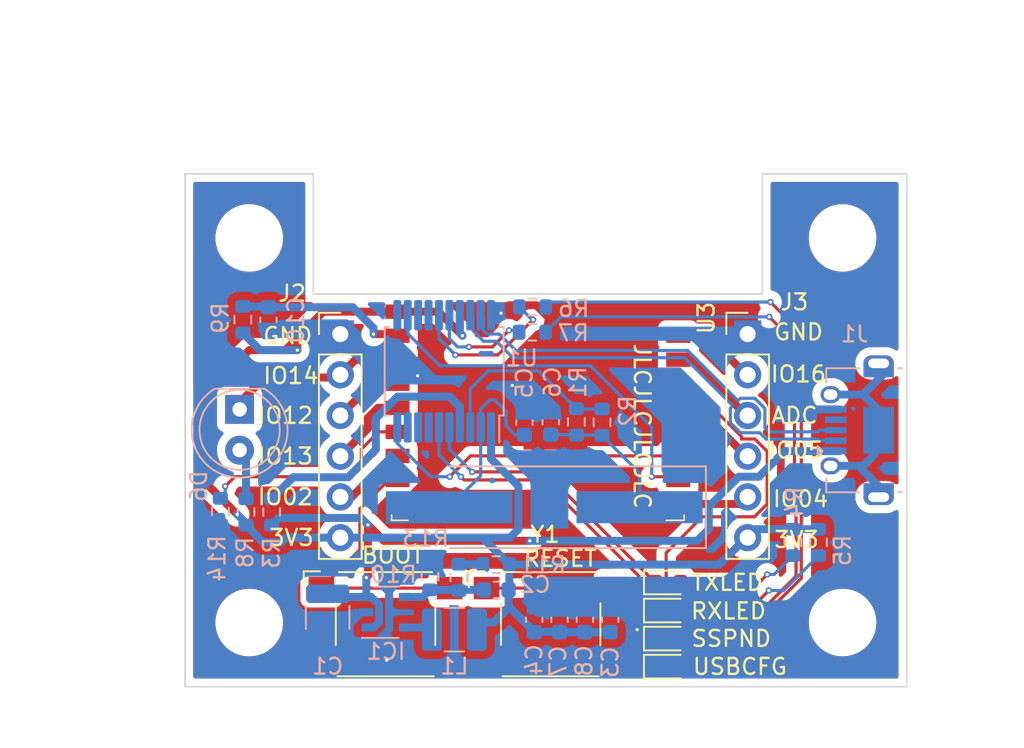
<source format=kicad_pcb>
(kicad_pcb (version 20211014) (generator pcbnew)
  (layers (0 "F.Cu" signal) (31 "B.Cu" signal) (34 "B.Paste" user) (35 "F.Paste" user) (36 "B.SilkS" user "B.Silkscreen") (37 "F.SilkS" user "F.Silkscreen") (38 "B.Mask" user) (39 "F.Mask" user) (44 "Edge.Cuts" user))
  (net 0 "")
  (net 1 "GND")
  (net 3 "Net-(R3-Pad2)")
  (net 4 "TXLED")
  (net 5 "RXLED")
  (net 9 "Net-(C2-Pad2)")
  (net 10 "Net-(C10-Pad1)")
  (net 12 "USBCFG")
  (net 13 "SSPND")
  (net 14 "GPIO 02")
  (net 15 "GPIO 04")
  (net 16 "GPIO 05")
  (net 17 "GPIO 12")
  (net 18 "GPIO 13")
  (net 19 "GPIO 16")
  (net 20 "Net-(C6-Pad2)")
  (net 21 "Net-(D2-Pad2)")
  (net 22 "Net-(D3-Pad2)")
  (net 23 "Net-(D4-Pad2)")
  (net 24 "Net-(D5-Pad2)")
  (net 25 "Net-(R11-Pad2)")
  (net 26 "+5V")
  (net 27 "+3V3")
  (net 28 "Net-(C5-Pad1)")
  (net 29 "/USB_to_UART/USB_D-")
  (net 30 "/USB_to_UART/USB_D+")
  (net 31 "unconnected-(J1-Pad6)")
  (net 32 "Net-(R1-Pad1)")
  (net 33 "/IR_Remote_Circuit/RXD")
  (net 34 "/IR_Remote_Circuit/TXD")
  (net 35 "Net-(D6-Pad2)")
  (net 36 "ADC")
  (net 37 "Net-(IC1-Pad5)")
  (net 38 "Net-(R14-Pad2)")
  (net 39 "IR")
  (net 40 "Net-(SW1-Pad1)")
  (net 41 "/USB_to_UART/RTS")
  (net 42 "/USB_to_UART/CTS")
  (net 43 "Net-(SW2-Pad1)")
  (footprint "RF_Module:ESP-WROOM-02" (layer "F.Cu") (at 119 95.6)
    (fp_text reference "U3")
    (fp_text value "ESP-WROOM-02")
  )
  (footprint "MountingHole:MountingHole_3.2mm_M3" (layer "F.Cu") (at 101 85)
    (fp_text reference "H4" hide)
    (fp_text value "MountingHole")
  )
  (footprint "Button_Switch_SMD:SW_SPST_Omron_B3FS-100xP" (layer "F.Cu") (at 109.5 109.1)
    (fp_text reference "SW1" hide)
    (fp_text value "BOOT")
  )
  (footprint "MountingHole:MountingHole_3.2mm_M3" (layer "F.Cu") (at 101 109)
    (fp_text reference "H2" hide)
    (fp_text value "MountingHole")
  )
  (footprint "LED_SMD:LED_0603_1608Metric" (layer "F.Cu") (at 127.1 111.75)
    (fp_text reference "D4" hide)
    (fp_text value "USBCFG")
  )
  (footprint "Connector_PinHeader_2.54mm:PinHeader_1x06_P2.54mm_Vertical" (layer "F.Cu") (at 132.08 91)
    (fp_text reference "J3")
    (fp_text value "Conn_01x06")
  )
  (footprint "Button_Switch_SMD:SW_SPST_Omron_B3FS-100xP" (layer "F.Cu") (at 119.8 109.1)
    (fp_text reference "SW2" hide)
    (fp_text value "RESET")
  )
  (footprint "LED_SMD:LED_0603_1608Metric" (layer "F.Cu") (at 127.1 106.5)
    (fp_text reference "D2" hide)
    (fp_text value "TXLED")
  )
  (footprint "MountingHole:MountingHole_3.2mm_M3" (layer "F.Cu") (at 138 109 -90)
    (fp_text reference "H3" hide)
    (fp_text value "MountingHole")
  )
  (footprint "MountingHole:MountingHole_3.2mm_M3" (layer "F.Cu") (at 138 85)
    (fp_text reference "H1" hide)
    (fp_text value "MountingHole")
  )
  (footprint "Connector_PinHeader_2.54mm:PinHeader_1x06_P2.54mm_Vertical" (layer "F.Cu") (at 106.68 91)
    (fp_text reference "J2")
    (fp_text value "Conn_01x06")
  )
  (footprint "LED_SMD:LED_0603_1608Metric" (layer "F.Cu") (at 127.1 110)
    (fp_text reference "D5" hide)
    (fp_text value "SSPND")
  )
  (footprint "LED_SMD:LED_0603_1608Metric" (layer "F.Cu") (at 127.1 108.25)
    (fp_text reference "D3" hide)
    (fp_text value "RXLED")
  )
  (footprint "Resistor_SMD:R_0603_1608Metric" (layer "B.Cu") (at 123 96.5 -90)
    (fp_text reference "R2")
    (fp_text value "750R")
  )
  (footprint "Resistor_SMD:R_0603_1608Metric" (layer "B.Cu") (at 114.0714 106.1842 -90)
    (fp_text reference "R13")
    (fp_text value "200R")
  )
  (footprint "Resistor_SMD:R_0603_1608Metric" (layer "B.Cu") (at 112.268 106.1344 90)
    (fp_text reference "R10")
    (fp_text value "1k")
  )
  (footprint "Capacitor_SMD:C_0603_1608Metric" (layer "B.Cu") (at 121.930132 108.8266 90)
    (fp_text reference "C8")
    (fp_text value "100nF")
  )
  (footprint "Package_SO:SSOP-20_5.3x7.2mm_P0.65mm" (layer "B.Cu") (at 113.157 93.3196 90)
    (fp_text reference "U1")
    (fp_text value "MCP2200T-I/SS")
  )
  (footprint "Inductor_SMD:L_1210_3225Metric" (layer "B.Cu") (at 113.7918 109.444)
    (fp_text reference "L1")
    (fp_text value "2.2uH")
  )
  (footprint "Capacitor_SMD:C_0603_1608Metric" (layer "B.Cu") (at 102.2 90.1 -90)
    (fp_text reference "C10")
    (fp_text value "100nF")
  )
  (footprint "Resistor_SMD:R_0603_1608Metric" (layer "B.Cu") (at 118.6566 90.8812 180)
    (fp_text reference "R7")
    (fp_text value "1k")
  )
  (footprint "Resistor_SMD:R_0603_1608Metric" (layer "B.Cu") (at 116.396 105.3846 180)
    (fp_text reference "R11")
    (fp_text value "4k3")
  )
  (footprint "Capacitor_SMD:C_0603_1608Metric" (layer "B.Cu") (at 116.3952 106.9594 180)
    (fp_text reference "C2")
    (fp_text value "18pF")
  )
  (footprint "Resistor_SMD:R_0603_1608Metric" (layer "B.Cu") (at 121.4 96.475 -90)
    (fp_text reference "R1")
    (fp_text value "1k1")
  )
  (footprint "Package_SO:TSOP-5_1.65x3.05mm_P0.95mm" (layer "B.Cu") (at 109.5248 108.3564)
    (fp_text reference "IC1")
    (fp_text value "NCP1521BSN")
  )
  (footprint "Capacitor_SMD:C_0603_1608Metric" (layer "B.Cu") (at 118.1608 96.52 90)
    (fp_text reference "C5")
    (fp_text value "30pF")
  )
  (footprint "LED_THT:LED_D5.0mm" (layer "B.Cu") (at 100.4 95.7 -90)
    (fp_text reference "D6")
    (fp_text value " LTE-5208A")
  )
  (footprint "Resistor_SMD:R_0603_1608Metric" (layer "B.Cu") (at 102.4 102.1 90)
    (fp_text reference "R3")
    (fp_text value "1k")
  )
  (footprint "Capacitor_SMD:C_1210_3225Metric" (layer "B.Cu") (at 105.89 108.682 -90)
    (fp_text reference "C1")
    (fp_text value "4.7uF")
  )
  (footprint "Capacitor_SMD:C_0603_1608Metric" (layer "B.Cu") (at 120.350266 108.8266 90)
    (fp_text reference "C7")
    (fp_text value "10uF")
  )
  (footprint "Resistor_SMD:R_0603_1608Metric" (layer "B.Cu") (at 100.8 102.1 -90)
    (fp_text reference "R8")
    (fp_text value "10k")
  )
  (footprint "Capacitor_SMD:C_0603_1608Metric" (layer "B.Cu") (at 118.7704 108.8266 90)
    (fp_text reference "C4")
    (fp_text value "10uF")
  )
  (footprint "Crystal:Crystal_SMD_HC49-SD_HandSoldering" (layer "B.Cu") (at 119.4054 101.8032 180)
    (fp_text reference "Y1")
    (fp_text value "12,0000-HC49-SMD")
  )
  (footprint "Resistor_SMD:R_0603_1608Metric" (layer "B.Cu") (at 118.6688 89.3064)
    (fp_text reference "R6")
    (fp_text value "1k")
  )
  (footprint "Resistor_SMD:R_0603_1608Metric" (layer "B.Cu") (at 136.5 104 90)
    (fp_text reference "R5")
    (fp_text value "1k")
  )
  (footprint "Resistor_SMD:R_0603_1608Metric" (layer "B.Cu") (at 99.2 102.075 90)
    (fp_text reference "R14")
    (fp_text value "10k")
  )
  (footprint "Resistor_SMD:R_0603_1608Metric" (layer "B.Cu") (at 134.9 104 -90)
    (fp_text reference "R4")
    (fp_text value "1k")
  )
  (footprint "Capacitor_SMD:C_0603_1608Metric" (layer "B.Cu") (at 123.51 108.8266 90)
    (fp_text reference "C3")
    (fp_text value "100nF")
  )
  (footprint "Resistor_SMD:R_0603_1608Metric" (layer "B.Cu") (at 100.6 90.1 -90)
    (fp_text reference "R9")
    (fp_text value "10k")
  )
  (footprint "Connector_USB:USB_Micro-AB_Molex_47590-0001" (layer "B.Cu") (at 140.25 97 -90)
    (fp_text reference "J1")
    (fp_text value "USB_OTG")
  )
  (footprint "Capacitor_SMD:C_0603_1608Metric" (layer "B.Cu") (at 119.8 96.5 -90)
    (fp_text reference "C6")
    (fp_text value "30pF")
  )
  (gr_line (start 105 88.5) (end 133 88.5) (layer "Edge.Cuts") (width 0.1))
  (gr_line (start 133 81) (end 133 88.5) (layer "Edge.Cuts") (width 0.1))
  (gr_line (start 142 81) (end 133 81) (layer "Edge.Cuts") (width 0.1))
  (gr_line (start 142 81) (end 142 113) (layer "Edge.Cuts") (width 0.1))
  (gr_line (start 105 81) (end 97 81) (layer "Edge.Cuts") (width 0.1))
  (gr_line (start 105 88.5) (end 105 81) (layer "Edge.Cuts") (width 0.1))
  (gr_line (start 142 113) (end 97 113) (layer "Edge.Cuts") (width 0.1))
  (gr_line (start 97 113) (end 97 81) (layer "Edge.Cuts") (width 0.1))
  (gr_text "JLCJLCJLCJLC" (at 125.5 96.75 270) (layer "F.SilkS") (effects (font (size 1 1))))
  (segment (start 120.1 90.4) (end 120.1 96.21) (width 0.5) (layer "F.Cu") (net 1))
  (segment (start 126.2 89.6) (end 127.75 89.6) (width 0.5) (layer "F.Cu") (net 1))
  (segment (start 115.8 111.35) (end 123.8 111.35) (width 0.5) (layer "F.Cu") (net 1))
  (segment (start 124.9625 111.35) (end 126.3125 110) (width 0.5) (layer "F.Cu") (net 1))
  (segment (start 131.3 91) (end 129.9 89.6) (width 0.5) (layer "F.Cu") (net 1))
  (segment (start 126.3125 110) (end 126.3125 111.75) (width 0.5) (layer "F.Cu") (net 1))
  (segment (start 117.2 89.2) (end 118.9 89.2) (width 0.5) (layer "F.Cu") (net 1))
  (segment (start 126.8 97.1) (end 124.8 95.1) (width 0.5) (layer "F.Cu") (net 1))
  (segment (start 111.5 93.6) (end 112.1 94.2) (width 0.5) (layer "F.Cu") (net 1))
  (segment (start 123.8 111.35) (end 124.9625 111.35) (width 0.5) (layer "F.Cu") (net 1))
  (segment (start 132 91) (end 131.3 91) (width 0.5) (layer "F.Cu") (net 1))
  (segment (start 112.1 94.2) (end 117.4 94.2) (width 0.5) (layer "F.Cu") (net 1))
  (segment (start 123.69 96.21) (end 124.8 95.1) (width 0.5) (layer "F.Cu") (net 1))
  (segment (start 116.7 89.7) (end 117.2 89.2) (width 0.5) (layer "F.Cu") (net 1))
  (segment (start 110.6 101.6) (end 115.99 96.21) (width 0.5) (layer "F.Cu") (net 1))
  (segment (start 113.5 111.35) (end 115.8 111.35) (width 0.5) (layer "F.Cu") (net 1))
  (segment (start 127.75 97.1) (end 126.8 97.1) (width 0.5) (layer "F.Cu") (net 1))
  (segment (start 118.09 94.2) (end 120.1 96.21) (width 0.5) (layer "F.Cu") (net 1))
  (segment (start 117.4 94.2) (end 118.09 94.2) (width 0.5) (layer "F.Cu") (net 1))
  (segment (start 118.9 89.2) (end 120.1 90.4) (width 0.5) (layer "F.Cu") (net 1))
  (segment (start 124.8 95.1) (end 124.8 91) (width 0.5) (layer "F.Cu") (net 1))
  (segment (start 124.8 91) (end 126.2 89.6) (width 0.5) (layer "F.Cu") (net 1))
  (segment (start 109.574 111.35) (end 113.5 111.35) (width 0.5) (layer "F.Cu") (net 1))
  (segment (start 120.1 96.21) (end 123.69 96.21) (width 0.5) (layer "F.Cu") (net 1))
  (segment (start 129.9 89.6) (end 127.75 89.6) (width 0.5) (layer "F.Cu") (net 1))
  (segment (start 125.7565 109.444) (end 126.3125 110) (width 0.5) (layer "F.Cu") (net 1))
  (segment (start 125.194 109.444) (end 125.7565 109.444) (width 0.5) (layer "F.Cu") (net 1))
  (segment (start 115.99 96.21) (end 120.1 96.21) (width 0.5) (layer "F.Cu") (net 1))
  (segment (start 105.5 111.35) (end 109.574 111.35) (width 0.5) (layer "F.Cu") (net 1))
  (via (at 116.7 89.7) (size 0.4) (drill 0.2) (layers "F.Cu" "B.Cu") (net 1))
  (via (at 111.5 93.6) (size 0.4) (drill 0.2) (layers "F.Cu" "B.Cu") (net 1))
  (via (at 117.4 94.2) (size 0.4) (drill 0.2) (layers "F.Cu" "B.Cu") (net 1))
  (via (at 109.574 111.35) (size 0.4) (drill 0.2) (layers "F.Cu" "B.Cu") (net 1))
  (via (at 125.194 109.444) (size 0.4) (drill 0.2) (layers "F.Cu" "B.Cu") (net 1))
  (segment (start 123.8016 108.0516) (end 125.194 109.444) (width 0.5) (layer "B.Cu") (net 1))
  (segment (start 120.3452 108.0516) (end 121.9454 108.0516) (width 0.5) (layer "B.Cu") (net 1))
  (segment (start 106.68 91.18) (end 109.1 93.6) (width 0.5) (layer "B.Cu") (net 1))
  (segment (start 107.717 110.157) (end 108.987 110.157) (width 0.5) (layer "B.Cu") (net 1))
  (segment (start 108.381 110.157) (end 109.574 111.35) (width 0.5) (layer "B.Cu") (net 1))
  (segment (start 137.825 95.7) (end 135.7 95.7) (width 0.5) (layer "B.Cu") (net 1))
  (segment (start 116.7 89.7) (end 116.1966 89.7) (width 0.5) (layer "B.Cu") (net 1))
  (segment (start 119.8 95.725) (end 118.1808 95.725) (width 0.5) (layer "B.Cu") (net 1))
  (segment (start 106.193 110.157) (end 107.9936 108.3564) (width 0.5) (layer "B.Cu") (net 1))
  (segment (start 101.6094 105.3094) (end 112.268 105.3094) (width 0.5) (layer "B.Cu") (net 1))
  (segment (start 123.51 108.0516) (end 123.8016 108.0516) (width 0.5) (layer "B.Cu") (net 1))
  (segment (start 118.1608 95.745) (end 118.1608 94.9608) (width 0.5) (layer "B.Cu") (net 1))
  (segment (start 134.5 93) (end 132.5 91) (width 0.5) (layer "B.Cu") (net 1))
  (segment (start 107.9936 108.3564) (end 108.3648 108.3564) (width 0.5) (layer "B.Cu") (net 1))
  (segment (start 118.1608 94.9608) (end 117.4 94.2) (width 0.5) (layer "B.Cu") (net 1))
  (segment (start 99.2 102.9) (end 101.6094 105.3094) (width 0.5) (layer "B.Cu") (net 1))
  (segment (start 135.7 95.7) (end 134.5 94.5) (width 0.5) (layer "B.Cu") (net 1))
  (segment (start 105.89 110.157) (end 107.717 110.157) (width 0.5) (layer "B.Cu") (net 1))
  (segment (start 102.2 90.875) (end 106.555 90.875) (width 0.5) (layer "B.Cu") (net 1))
  (segment (start 118.7704 108.0262) (end 120.3198 108.0262) (width 0.5) (layer "B.Cu") (net 1))
  (segment (start 116.1966 89.7) (end 116.082 89.8146) (width 0.5) (layer "B.Cu") (net 1))
  (segment (start 109.717831 107.015347) (end 111.423778 105.3094) (width 0.5) (layer "B.Cu") (net 1))
  (segment (start 109.717831 109.426169) (end 109.717831 107.015347) (width 0.5) (layer "B.Cu") (net 1))
  (segment (start 121.930132 108.0516) (end 123.51 108.0516) (width 0.5) (layer "B.Cu") (net 1))
  (segment (start 109.1 93.6) (end 111.5 93.6) (width 0.5) (layer "B.Cu") (net 1))
  (segment (start 108.987 110.157) (end 109.717831 109.426169) (width 0.5) (layer "B.Cu") (net 1))
  (segment (start 134.5 94.5) (end 134.5 93) (width 0.5) (layer "B.Cu") (net 1))
  (segment (start 103.741511 99.933489) (end 107.166511 99.933489) (width 0.5) (layer "B.Cu") (net 3))
  (segment (start 110.25 94.9) (end 113.500422 94.9) (width 0.5) (layer "B.Cu") (net 3))
  (segment (start 107.166511 99.933489) (end 108.9 98.2) (width 0.5) (layer "B.Cu") (net 3))
  (segment (start 108.9 98.2) (end 108.9 96.25) (width 0.5) (layer "B.Cu") (net 3))
  (segment (start 114.132 95.531578) (end 114.132 96.8246) (width 0.5) (layer "B.Cu") (net 3))
  (segment (start 113.500422 94.9) (end 114.132 95.531578) (width 0.5) (layer "B.Cu") (net 3))
  (segment (start 102.4 101.275) (end 103.741511 99.933489) (width 0.5) (layer "B.Cu") (net 3))
  (segment (start 108.9 96.25) (end 110.25 94.9) (width 0.5) (layer "B.Cu") (net 3))
  (segment (start 126.3125 106.5) (end 119.4125 99.6) (width 0.2) (layer "F.Cu") (net 4))
  (segment (start 119.4125 99.6) (end 114.9 99.6) (width 0.2) (layer "F.Cu") (net 4))
  (via (at 114.9 99.6) (size 0.4) (drill 0.2) (layers "F.Cu" "B.Cu") (net 4))
  (segment (start 114.9 99.6) (end 113.482 98.182) (width 0.2) (layer "B.Cu") (net 4))
  (segment (start 113.482 98.182) (end 113.482 96.8246) (width 0.2) (layer "B.Cu") (net 4))
  (segment (start 114.4 100.1) (end 119.3 100.1) (width 0.2) (layer "F.Cu") (net 5))
  (segment (start 119.3 100.1) (end 125.3 106.1) (width 0.2) (layer "F.Cu") (net 5))
  (segment (start 114.2 99.9) (end 114.4 100.1) (width 0.2) (layer "F.Cu") (net 5))
  (segment (start 125.3 107.8) (end 125.75 108.25) (width 0.2) (layer "F.Cu") (net 5))
  (segment (start 125.3 106.1) (end 125.3 107.8) (width 0.2) (layer "F.Cu") (net 5))
  (segment (start 125.75 108.25) (end 126.3125 108.25) (width 0.2) (layer "F.Cu") (net 5))
  (via (at 114.2 99.9) (size 0.4) (drill 0.2) (layers "F.Cu" "B.Cu") (net 5))
  (segment (start 112.832 96.8246) (end 112.832 98.532) (width 0.2) (layer "B.Cu") (net 5))
  (segment (start 112.832 98.532) (end 114.2 99.9) (width 0.2) (layer "B.Cu") (net 5))
  (segment (start 110.6848 107.4064) (end 111.821 107.4064) (width 0.5) (layer "B.Cu") (net 9))
  (segment (start 112.268 106.9594) (end 114.0216 106.9594) (width 0.5) (layer "B.Cu") (net 9))
  (segment (start 111.821 107.4064) (end 112.268 106.9594) (width 0.5) (layer "B.Cu") (net 9))
  (segment (start 115.6202 106.9594) (end 114.1212 106.9594) (width 0.5) (layer "B.Cu") (net 9))
  (segment (start 108.75 91) (end 110.15 91) (width 0.5) (layer "F.Cu") (net 10))
  (via (at 108.75 91) (size 0.4) (drill 0.2) (layers "F.Cu" "B.Cu") (net 10))
  (segment (start 102.2 89.325) (end 107.458022 89.325) (width 0.5) (layer "B.Cu") (net 10))
  (segment (start 107.458022 89.325) (end 108.75 90.616978) (width 0.5) (layer "B.Cu") (net 10))
  (segment (start 100.6 89.275) (end 102.15 89.275) (width 0.5) (layer "B.Cu") (net 10))
  (segment (start 108.75 90.616978) (end 108.75 91) (width 0.5) (layer "B.Cu") (net 10))
  (segment (start 113.85369 92.3) (end 116.5 92.3) (width 0.2) (layer "F.Cu") (net 12))
  (segment (start 116.5 92.3) (end 118.7 90.1) (width 0.2) (layer "F.Cu") (net 12))
  (via (at 113.85369 92.3) (size 0.4) (drill 0.2) (layers "F.Cu" "B.Cu") (net 12))
  (via (at 118.7 90.1) (size 0.4) (drill 0.2) (layers "F.Cu" "B.Cu") (net 12))
  (segment (start 112.832 91.27831) (end 112.832 89.8146) (width 0.2) (layer "B.Cu") (net 12))
  (segment (start 118.6374 90.1) (end 117.8438 89.3064) (width 0.2) (layer "B.Cu") (net 12))
  (segment (start 118.7 90.1) (end 118.6374 90.1) (width 0.2) (layer "B.Cu") (net 12))
  (segment (start 113.85369 92.3) (end 112.832 91.27831) (width 0.2) (layer "B.Cu") (net 12))
  (segment (start 116.163111 91.8) (end 117.197092 90.766019) (width 0.2) (layer "F.Cu") (net 13))
  (segment (start 114.7 91.8) (end 116.163111 91.8) (width 0.2) (layer "F.Cu") (net 13))
  (via (at 114.7 91.8) (size 0.4) (drill 0.2) (layers "F.Cu" "B.Cu") (net 13))
  (via (at 117.197092 90.766019) (size 0.4) (drill 0.2) (layers "F.Cu" "B.Cu") (net 13))
  (segment (start 114 91.8) (end 113.482 91.282) (width 0.2) (layer "B.Cu") (net 13))
  (segment (start 117.197092 90.766019) (end 117.716419 90.766019) (width 0.2) (layer "B.Cu") (net 13))
  (segment (start 113.482 91.282) (end 113.482 89.8146) (width 0.2) (layer "B.Cu") (net 13))
  (segment (start 114.7 91.8) (end 114 91.8) (width 0.2) (layer "B.Cu") (net 13))
  (segment (start 109.95 98.6) (end 107.39 101.16) (width 0.5) (layer "F.Cu") (net 14))
  (segment (start 107.39 101.16) (end 106.68 101.16) (width 0.5) (layer "F.Cu") (net 14))
  (segment (start 131.56 101.6) (end 132 101.16) (width 0.5) (layer "F.Cu") (net 15))
  (segment (start 127.75 101.6) (end 131.56 101.6) (width 0.5) (layer "F.Cu") (net 15))
  (segment (start 127.75 95.6) (end 128.98 95.6) (width 0.5) (layer "F.Cu") (net 16))
  (segment (start 128.98 95.6) (end 132 98.62) (width 0.5) (layer "F.Cu") (net 16))
  (segment (start 110.25 94.1) (end 108.66 94.1) (width 0.5) (layer "F.Cu") (net 17))
  (segment (start 108.66 94.1) (end 106.68 96.08) (width 0.5) (layer "F.Cu") (net 17))
  (segment (start 109.02 95.6) (end 110.25 95.6) (width 0.5) (layer "F.Cu") (net 18))
  (segment (start 106.68 98.62) (end 108.4 96.9) (width 0.5) (layer "F.Cu") (net 18))
  (segment (start 108.4 96.9) (end 108.4 96.22) (width 0.5) (layer "F.Cu") (net 18))
  (segment (start 108.4 96.22) (end 109.02 95.6) (width 0.5) (layer "F.Cu") (net 18))
  (segment (start 127.75 91.1) (end 129.56 91.1) (width 0.5) (layer "F.Cu") (net 19))
  (segment (start 129.56 91.1) (end 132 93.54) (width 0.5) (layer "F.Cu") (net 19))
  (segment (start 125.3429 99.6679) (end 125.3429 101.8032) (width 0.2) (layer "B.Cu") (net 20))
  (segment (start 121.4 97.3) (end 122.975 97.3) (width 0.2) (layer "B.Cu") (net 20))
  (segment (start 119.8 97.275) (end 121.375 97.275) (width 0.2) (layer "B.Cu") (net 20))
  (segment (start 123 97.325) (end 125.3429 99.6679) (width 0.2) (layer "B.Cu") (net 20))
  (segment (start 132.8 106.5) (end 127.8875 106.5) (width 0.2) (layer "F.Cu") (net 21))
  (segment (start 133.3 106) (end 132.8 106.5) (width 0.2) (layer "F.Cu") (net 21))
  (via (at 133.3 106) (size 0.4) (drill 0.2) (layers "F.Cu" "B.Cu") (net 21))
  (segment (start 133.3 106) (end 133.725 106) (width 0.2) (layer "B.Cu") (net 21))
  (segment (start 133.725 106) (end 134.9 104.825) (width 0.2) (layer "B.Cu") (net 21))
  (segment (start 133.4 107) (end 132.15 108.25) (width 0.2) (layer "F.Cu") (net 22))
  (segment (start 132.15 108.25) (end 127.8875 108.25) (width 0.2) (layer "F.Cu") (net 22))
  (via (at 133.4 107) (size 0.4) (drill 0.2) (layers "F.Cu" "B.Cu") (net 22))
  (segment (start 134.325 107) (end 136.5 104.825) (width 0.2) (layer "B.Cu") (net 22))
  (segment (start 133.4 107) (end 134.325 107) (width 0.2) (layer "B.Cu") (net 22))
  (segment (start 133.5 89) (end 135.42652 90.92652) (width 0.2) (layer "F.Cu") (net 23))
  (segment (start 129.911769 111.75) (end 135.42652 106.235249) (width 0.2) (layer "F.Cu") (net 23))
  (segment (start 135.42652 106.235249) (end 135.42652 90.92652) (width 0.2) (layer "F.Cu") (net 23))
  (segment (start 127.8875 111.75) (end 129.911769 111.75) (width 0.2) (layer "F.Cu") (net 23))
  (via (at 133.5 89) (size 0.4) (drill 0.2) (layers "F.Cu" "B.Cu") (net 23))
  (segment (start 119.8002 89) (end 119.4938 89.3064) (width 0.2) (layer "B.Cu") (net 23))
  (segment (start 133.5 89) (end 119.8002 89) (width 0.2) (layer "B.Cu") (net 23))
  (segment (start 135.1 106.1) (end 135.1 100.462191) (width 0.2) (layer "F.Cu") (net 24))
  (segment (start 127.8875 110) (end 131.2 110) (width 0.2) (layer "F.Cu") (net 24))
  (segment (start 135.1 100.462191) (end 135 100.362191) (width 0.2) (layer "F.Cu") (net 24))
  (segment (start 135 91.5) (end 133.423489 89.923489) (width 0.2) (layer "F.Cu") (net 24))
  (segment (start 135 100.362191) (end 135 91.5) (width 0.2) (layer "F.Cu") (net 24))
  (segment (start 131.2 110) (end 135.1 106.1) (width 0.2) (layer "F.Cu") (net 24))
  (via (at 133.423489 89.923489) (size 0.4) (drill 0.2) (layers "F.Cu" "B.Cu") (net 24))
  (segment (start 120.439311 89.923489) (end 119.4816 90.8812) (width 0.2) (layer "B.Cu") (net 24))
  (segment (start 133.423489 89.923489) (end 120.439311 89.923489) (width 0.2) (layer "B.Cu") (net 24))
  (segment (start 114.0714 105.3592) (end 115.5456 105.3592) (width 0.5) (layer "B.Cu") (net 25))
  (segment (start 109.4 103.9) (end 118.5 103.9) (width 0.5) (layer "F.Cu") (net 26))
  (segment (start 108.3 106.2) (end 108.4 106.1) (width 0.5) (layer "F.Cu") (net 26))
  (segment (start 108.4 106.1) (end 108.4 102.9) (width 0.5) (layer "F.Cu") (net 26))
  (segment (start 108.4 102.9) (end 109.4 103.9) (width 0.5) (layer "F.Cu") (net 26))
  (via (at 108.3 106.2) (size 0.4) (drill 0.2) (layers "F.Cu" "B.Cu") (net 26))
  (via (at 108.4 102.9) (size 0.4) (drill 0.2) (layers "F.Cu" "B.Cu") (net 26))
  (via (at 118.5 103.9) (size 0.4) (drill 0.2) (layers "F.Cu" "B.Cu") (net 26))
  (segment (start 108.772822 109.3064) (end 109.091311 108.987911) (width 0.5) (layer "B.Cu") (net 26))
  (segment (start 108.6064 107.4064) (end 108.3648 107.4064) (width 0.5) (layer "B.Cu") (net 26))
  (segment (start 109.091311 108.987911) (end 109.091311 107.891311) (width 0.5) (layer "B.Cu") (net 26))
  (segment (start 129.656911 101.768539) (end 129.656911 103.179711) (width 0.5) (layer "B.Cu") (net 26))
  (segment (start 107.973489 102.473489) (end 102.851511 102.473489) (width 0.5) (layer "B.Cu") (net 26))
  (segment (start 109.091311 107.891311) (end 108.6064 107.4064) (width 0.5) (layer "B.Cu") (net 26))
  (segment (start 131.52545 99.9) (end 129.656911 101.768539) (width 0.5) (layer "B.Cu") (net 26))
  (segment (start 128.936622 103.9) (end 118.5 103.9) (width 0.5) (layer "B.Cu") (net 26))
  (segment (start 129.656911 103.179711) (end 128.936622 103.9) (width 0.5) (layer "B.Cu") (net 26))
  (segment (start 108.3 107.3416) (end 108.3648 107.4064) (width 0.5) (layer "B.Cu") (net 26))
  (segment (start 108.3 106.2) (end 108.3 107.3416) (width 0.5) (layer "B.Cu") (net 26))
  (segment (start 137.825 98.3) (end 134.39 98.3) (width 0.5) (layer "B.Cu") (net 26))
  (segment (start 134.39 98.3) (end 132.79 99.9) (width 0.5) (layer "B.Cu") (net 26))
  (segment (start 108.3648 109.3064) (end 108.772822 109.3064) (width 0.5) (layer "B.Cu") (net 26))
  (segment (start 106.0894 107.4064) (end 108.3648 107.4064) (width 0.5) (layer "B.Cu") (net 26))
  (segment (start 132.79 99.9) (end 131.52545 99.9) (width 0.5) (layer "B.Cu") (net 26))
  (segment (start 108.4 102.9) (end 107.973489 102.473489) (width 0.5) (layer "B.Cu") (net 26))
  (segment (start 102.851511 102.473489) (end 102.4 102.925) (width 0.5) (layer "B.Cu") (net 26))
  (segment (start 104 91.25) (end 103.25 92) (width 0.5) (layer "F.Cu") (net 27))
  (segment (start 112.8 89.6) (end 114.3 91.1) (width 0.5) (layer "F.Cu") (net 27))
  (segment (start 103.25 92) (end 104 92) (width 0.5) (layer "F.Cu") (net 27))
  (segment (start 104 91.226978) (end 105.626978 89.6) (width 0.5) (layer "F.Cu") (net 27))
  (segment (start 101 92) (end 103.25 92) (width 0.5) (layer "F.Cu") (net 27))
  (segment (start 110.25 89.6) (end 112.8 89.6) (width 0.5) (layer "F.Cu") (net 27))
  (segment (start 98.25 100.25) (end 98.25 94.75) (width 0.5) (layer "F.Cu") (net 27))
  (segment (start 105.626978 89.6) (end 110.25 89.6) (width 0.5) (layer "F.Cu") (net 27))
  (segment (start 104 92) (end 104 91.226978) (width 0.5) (layer "F.Cu") (net 27))
  (segment (start 100.25 102.25) (end 98.25 100.25) (width 0.5) (layer "F.Cu") (net 27))
  (segment (start 98.25 94.75) (end 101 92) (width 0.5) (layer "F.Cu") (net 27))
  (via (at 100.25 102.25) (size 0.4) (drill 0.2) (layers "F.Cu" "B.Cu") (net 27))
  (via (at 114.3 91.1) (size 0.4) (drill 0.2) (layers "F.Cu" "B.Cu") (net 27))
  (via (at 104 92) (size 0.4) (drill 0.2) (layers "F.Cu" "B.Cu") (net 27))
  (segment (start 132.605 103.175) (end 132.08 103.7) (width 0.5) (layer "B.Cu") (net 27))
  (segment (start 114.132 90.932) (end 114.132 89.8146) (width 0.5) (layer "B.Cu") (net 27))
  (segment (start 117.221 105.3846) (end 130.3154 105.3846) (width 0.5) (layer "B.Cu") (net 27))
  (segment (start 117.1702 107.188) (end 117.1702 108.0698) (width 0.5) (layer "B.Cu") (net 27))
  (segment (start 121.9454 109.6016) (end 120.3452 109.6016) (width 0.5) (layer "B.Cu") (net 27))
  (segment (start 103 104) (end 103.3 103.7) (width 0.5) (layer "B.Cu") (net 27))
  (segment (start 117.1702 107.976) (end 118.7704 109.5762) (width 0.5) (layer "B.Cu") (net 27))
  (segment (start 117.781911 103.179711) (end 117.781911 100.481911) (width 0.5) (layer "B.Cu") (net 27))
  (segment (start 101.875 104) (end 103 104) (width 0.5) (layer "B.Cu") (net 27))
  (segment (start 117.1702 108.0698) (end 116.2486 108.9914) (width 0.5) (layer "B.Cu") (net 27))
  (segment (start 117.221 105.3846) (end 115.5364 103.7) (width 0.5) (layer "B.Cu") (net 27))
  (segment (start 115.5364 103.7) (end 106.68 103.7) (width 0.5) (layer "B.Cu") (net 27))
  (segment (start 116.082 98.782) (end 116.082 96.8246) (width 0.5) (layer "B.Cu") (net 27))
  (segment (start 117.1702 106.9594) (end 117.1702 107.976) (width 0.5) (layer "B.Cu") (net 27))
  (segment (start 114.3 91.1) (end 114.132 90.932) (width 0.5) (layer "B.Cu") (net 27))
  (segment (start 121.930132 109.6016) (end 123.51 109.6016) (width 0.5) (layer "B.Cu") (net 27))
  (segment (start 117.261622 103.7) (end 117.781911 103.179711) (width 0.5) (layer "B.Cu") (net 27))
  (segment (start 118.7704 109.5762) (end 120.3198 109.5762) (width 0.5) (layer "B.Cu") (net 27))
  (segment (start 100.8 102.8) (end 100.25 102.25) (width 0.5) (layer "B.Cu") (net 27))
  (segment (start 116.2486 108.9914) (end 115.3668 108.9914) (width 0.5) (layer "B.Cu") (net 27))
  (segment (start 103.3 103.7) (end 106.68 103.7) (width 0.5) (layer "B.Cu") (net 27))
  (segment (start 117.221 105.3846) (end 117.221 106.9086) (width 0.5) (layer "B.Cu") (net 27))
  (segment (start 100.6 90.925) (end 101.675 92) (width 0.5) (layer "B.Cu") (net 27))
  (segment (start 117.781911 100.481911) (end 116.082 98.782) (width 0.5) (layer "B.Cu") (net 27))
  (segment (start 115.5364 103.7) (end 117.261622 103.7) (width 0.5) (layer "B.Cu") (net 27))
  (segment (start 100.8 102.925) (end 101.875 104) (width 0.5) (layer "B.Cu") (net 27))
  (segment (start 101.675 92) (end 104 92) (width 0.5) (layer "B.Cu") (net 27))
  (segment (start 134.9 103.175) (end 132.605 103.175) (width 0.5) (layer "B.Cu") (net 27))
  (segment (start 136.5 103.175) (end 134.9 103.175) (width 0.5) (layer "B.Cu") (net 27))
  (segment (start 130.3154 105.3846) (end 132 103.7) (width 0.5) (layer "B.Cu") (net 27))
  (segment (start 116.3 95.1) (end 117 95.8) (width 0.2) (layer "B.Cu") (net 28))
  (segment (start 117.595 97.295) (end 118.1608 97.295) (width 0.2) (layer "B.Cu") (net 28))
  (segment (start 116.0066 95.1) (end 116.3 95.1) (width 0.2) (layer "B.Cu") (net 28))
  (segment (start 117 96.7) (end 117.595 97.295) (width 0.2) (layer "B.Cu") (net 28))
  (segment (start 115.432 95.6746) (end 116.0066 95.1) (width 0.2) (layer "B.Cu") (net 28))
  (segment (start 117 95.8) (end 117 96.7) (width 0.2) (layer "B.Cu") (net 28))
  (segment (start 115.432 99.8391) (end 113.4679 101.8032) (width 0.2) (layer "B.Cu") (net 28))
  (segment (start 115.432 96.8246) (end 115.432 95.6746) (width 0.2) (layer "B.Cu") (net 28))
  (segment (start 115.432 96.8246) (end 115.432 99.8391) (width 0.2) (layer "B.Cu") (net 28))
  (segment (start 114.95548 90.790204) (end 114.95548 89.99308) (width 0.2) (layer "B.Cu") (net 29))
  (segment (start 114.95548 89.99308) (end 114.782 89.8196) (width 0.2) (layer "B.Cu") (net 29))
  (segment (start 132.838311 97.156511) (end 131.634093 97.156511) (width 0.2) (layer "B.Cu") (net 29))
  (segment (start 136.562499 97.65) (end 136.462499 97.55) (width 0.2) (layer "B.Cu") (net 29))
  (segment (start 137.575 97.65) (end 136.562499 97.65) (width 0.2) (layer "B.Cu") (net 29))
  (segment (start 115.611387 91.446111) (end 114.95548 90.790204) (width 0.2) (layer "B.Cu") (net 29))
  (segment (start 131.159691 95.477891) (end 128.1568 92.475) (width 0.2) (layer "B.Cu") (net 29))
  (segment (start 117.4374 92.475) (end 116.408511 91.446111) (width 0.2) (layer "B.Cu") (net 29))
  (segment (start 133.2318 97.55) (end 132.838311 97.156511) (width 0.2) (layer "B.Cu") (net 29))
  (segment (start 116.408511 91.446111) (end 115.611387 91.446111) (width 0.2) (layer "B.Cu") (net 29))
  (segment (start 131.634093 97.156511) (end 131.003489 96.525907) (width 0.2) (layer "B.Cu") (net 29))
  (segment (start 131.003489 95.634093) (end 131.159691 95.477891) (width 0.2) (layer "B.Cu") (net 29))
  (segment (start 131.003489 96.525907) (end 131.003489 95.634093) (width 0.2) (layer "B.Cu") (net 29))
  (segment (start 128.1568 92.475) (end 117.4374 92.475) (width 0.2) (layer "B.Cu") (net 29))
  (segment (start 136.462499 97.55) (end 133.2318 97.55) (width 0.2) (layer "B.Cu") (net 29))
  (segment (start 132.525907 95.003489) (end 131.634093 95.003489) (width 0.2) (layer "B.Cu") (net 30))
  (segment (start 115.60548 90.790204) (end 115.60548 90.006683) (width 0.2) (layer "B.Cu") (net 30))
  (segment (start 137.575 97) (end 136.562499 97) (width 0.2) (layer "B.Cu") (net 30))
  (segment (start 117.623797 92.025) (end 116.594917 90.99612) (width 0.2) (layer "B.Cu") (net 30))
  (segment (start 133.156511 95.634093) (end 132.525907 95.003489) (width 0.2) (layer "B.Cu") (net 30))
  (segment (start 131.477891 95.159691) (end 128.3432 92.025) (width 0.2) (layer "B.Cu") (net 30))
  (segment (start 131.634093 95.003489) (end 131.477891 95.159691) (width 0.2) (layer "B.Cu") (net 30))
  (segment (start 136.462499 97.1) (end 133.4182 97.1) (width 0.2) (layer "B.Cu") (net 30))
  (segment (start 116.594917 90.99612) (end 115.811396 90.99612) (width 0.2) (layer "B.Cu") (net 30))
  (segment (start 115.811396 90.99612) (end 115.60548 90.790204) (width 0.2) (layer "B.Cu") (net 30))
  (segment (start 128.3432 92.025) (end 117.623797 92.025) (width 0.2) (layer "B.Cu") (net 30))
  (segment (start 133.156511 96.838311) (end 133.156511 95.634093) (width 0.2) (layer "B.Cu") (net 30))
  (segment (start 133.4182 97.1) (end 133.156511 96.838311) (width 0.2) (layer "B.Cu") (net 30))
  (segment (start 115.60548 90.006683) (end 115.432 89.833203) (width 0.2) (layer "B.Cu") (net 30))
  (segment (start 136.562499 97) (end 136.462499 97.1) (width 0.2) (layer "B.Cu") (net 30))
  (segment (start 137.5 99.225) (end 139.275 99.225) (width 0.5) (layer "B.Cu") (net 31))
  (segment (start 138.9875 99.225) (end 140.5 100.7375) (width 0.5) (layer "B.Cu") (net 31))
  (segment (start 139.275 94.775) (end 137.5 94.775) (width 0.5) (layer "B.Cu") (net 31))
  (segment (start 139.275 99.225) (end 140 98.5) (width 0.5) (layer "B.Cu") (net 31))
  (segment (start 140.5 93.55) (end 139.275 94.775) (width 0.5) (layer "B.Cu") (net 31))
  (segment (start 140.5 96) (end 139.275 94.775) (width 0.5) (layer "B.Cu") (net 31))
  (segment (start 140.5 92.825) (end 140.5 93.55) (width 0.5) (layer "B.Cu") (net 31))
  (segment (start 121.4 95.65) (end 119.05 93.3) (width 0.2) (layer "B.Cu") (net 32))
  (segment (start 119.05 93.3) (end 115.9 93.3) (width 0.2) (layer "B.Cu") (net 32))
  (segment (start 115.9 93.3) (end 114.782 94.418) (width 0.2) (layer "B.Cu") (net 32))
  (segment (start 123 95.675) (end 121.425 95.675) (width 0.2) (layer "B.Cu") (net 32))
  (segment (start 114.782 94.418) (end 114.782 96.8246) (width 0.2) (layer "B.Cu") (net 32))
  (segment (start 114.8 98.6) (end 113.5 99.9) (width 0.2) (layer "F.Cu") (net 33))
  (segment (start 127.75 98.6) (end 114.8 98.6) (width 0.2) (layer "F.Cu") (net 33))
  (via (at 113.5 99.9) (size 0.4) (drill 0.2) (layers "F.Cu" "B.Cu") (net 33))
  (segment (start 113.5 99.9) (end 112.314378 99.9) (width 0.2) (layer "B.Cu") (net 33))
  (segment (start 110.232 97.817622) (end 110.232 96.8246) (width 0.2) (layer "B.Cu") (net 33))
  (segment (start 112.314378 99.9) (end 110.232 97.817622) (width 0.2) (layer "B.Cu") (net 33))
  (segment (start 126.1 99.9) (end 127.55 99.9) (width 0.2) (layer "F.Cu") (net 34))
  (via (at 126.1 99.9) (size 0.4) (drill 0.2) (layers "F.Cu" "B.Cu") (net 34))
  (segment (start 122.27348 92.97348) (end 126.1 96.8) (width 0.2) (layer "B.Cu") (net 34))
  (segment (start 112.89088 92.97348) (end 122.27348 92.97348) (width 0.2) (layer "B.Cu") (net 34))
  (segment (start 110.882 89.8146) (end 110.882 90.9646) (width 0.2) (layer "B.Cu") (net 34))
  (segment (start 126.1 96.8) (end 126.1 99.9) (width 0.2) (layer "B.Cu") (net 34))
  (segment (start 110.882 90.9646) (end 112.89088 92.97348) (width 0.2) (layer "B.Cu") (net 34))
  (segment (start 100.8 101.275) (end 100.8 98.64) (width 0.5) (layer "B.Cu") (net 35))
  (segment (start 128.52 92.6) (end 132 96.08) (width 0.5) (layer "F.Cu") (net 36))
  (segment (start 127.75 92.6) (end 128.52 92.6) (width 0.5) (layer "F.Cu") (net 36))
  (segment (start 112.2542 109.3064) (end 110.6848 109.3064) (width 0.5) (layer "B.Cu") (net 37))
  (segment (start 107.996708 99.103292) (end 107.2 99.9) (width 0.2) (layer "F.Cu") (net 38))
  (segment (start 107.2 99.9) (end 100.1 99.9) (width 0.2) (layer "F.Cu") (net 38))
  (segment (start 107.996708 98.174058) (end 107.996708 99.103292) (width 0.2) (layer "F.Cu") (net 38))
  (segment (start 107.996708 98.174058) (end 109.070766 97.1) (width 0.2) (layer "F.Cu") (net 38))
  (segment (start 99.5 100.5) (end 100.1 99.9) (width 0.2) (layer "F.Cu") (net 38))
  (segment (start 109.070766 97.1) (end 110.25 97.1) (width 0.2) (layer "F.Cu") (net 38))
  (via (at 99.5 100.5) (size 0.4) (drill 0.2) (layers "F.Cu" "B.Cu") (net 38))
  (segment (start 99.5 100.95) (end 99.2 101.25) (width 0.2) (layer "B.Cu") (net 38))
  (segment (start 99.5 100.5) (end 99.5 100.95) (width 0.2) (layer "B.Cu") (net 38))
  (segment (start 110.25 92.6) (end 107.62 92.6) (width 0.5) (layer "F.Cu") (net 39))
  (segment (start 107.62 92.6) (end 106.68 93.54) (width 0.5) (layer "F.Cu") (net 39))
  (segment (start 100.4 95.27) (end 101.96 93.71) (width 0.5) (layer "F.Cu") (net 39))
  (segment (start 101.96 93.71) (end 106.51 93.71) (width 0.5) (layer "F.Cu") (net 39))
  (segment (start 105.5 106.85) (end 107.9 104.45) (width 0.2) (layer "F.Cu") (net 40))
  (segment (start 107.9 101.9) (end 109.7 100.1) (width 0.2) (layer "F.Cu") (net 40))
  (segment (start 107.9 104.45) (end 107.9 101.9) (width 0.2) (layer "F.Cu") (net 40))
  (segment (start 105.5 106.85) (end 113.5 106.85) (width 0.2) (layer "F.Cu") (net 40))
  (segment (start 129.25 102.4) (end 132.5 102.4) (width 0.2) (layer "F.Cu") (net 43))
  (segment (start 133.3 98.317582) (end 132.525907 97.543489) (width 0.2) (layer "F.Cu") (net 43))
  (segment (start 127 104.65) (end 129.25 102.4) (width 0.2) (layer "F.Cu") (net 43))
  (segment (start 123.8 106.85) (end 125.90152 108.95152) (width 0.2) (layer "F.Cu") (net 43))
  (segment (start 131.7 97.543489) (end 131.7 97.4) (width 0.2) (layer "F.Cu") (net 43))
  (segment (start 127 108.667206) (end 127 104.65) (width 0.2) (layer "F.Cu") (net 43))
  (segment (start 126.715686 108.95152) (end 127 108.667206) (width 0.2) (layer "F.Cu") (net 43))
  (segment (start 132.5 102.4) (end 133.3 101.6) (width 0.2) (layer "F.Cu") (net 43))
  (segment (start 131.7 97.4) (end 128.4 94.1) (width 0.2) (layer "F.Cu") (net 43))
  (segment (start 132.525907 97.543489) (end 131.7 97.543489) (width 0.2) (layer "F.Cu") (net 43))
  (segment (start 123.8 106.85) (end 115.8 106.85) (width 0.2) (layer "F.Cu") (net 43))
  (segment (start 125.90152 108.95152) (end 126.715686 108.95152) (width 0.2) (layer "F.Cu") (net 43))
  (segment (start 133.3 101.6) (end 133.3 98.317582) (width 0.2) (layer "F.Cu") (net 43))
  (zone (net 1) (net_name "GND") (layers F&B.Cu) (name "GND") (connect_pads yes (clearance 0.508)) (min_thickness 0.254) (fill yes (thermal_gap 0.508) (thermal_bridge_width 0.508) (island_removal_mode 2) (island_area_min 0))
    (polygon (pts (xy 104.5 89) (xy 133.5 89) (xy 133.5 81.5) (xy 141.5 81.5) (xy 141.5 112.5) (xy 97.5 112.5) (xy 97.5 81.5) (xy 104.5 81.5)))
  )
)
</source>
